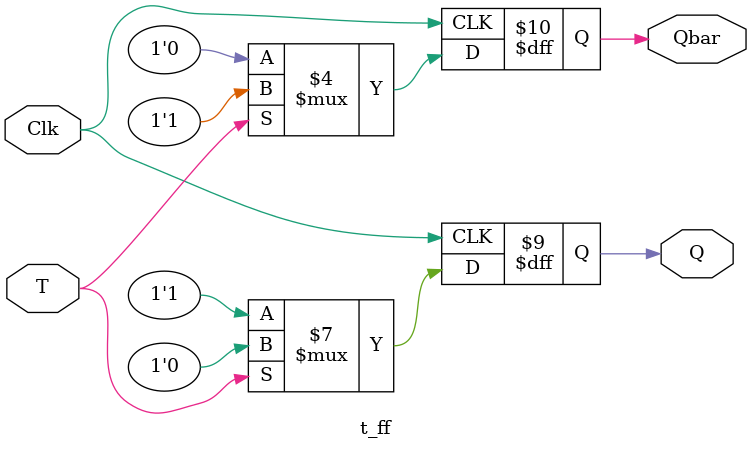
<source format=v>
module t_ff(T,Clk,Q,Qbar );
input T,Clk;
output Q,Qbar;
reg Q,Qbar;
always@(posedge(Clk))
begin
if(T==0)
begin
 Q =1'b1;
 Qbar=1'b0;
end
else
begin
 Q =1'b0;
 Qbar=1'b1;
end
end
endmodule

</source>
